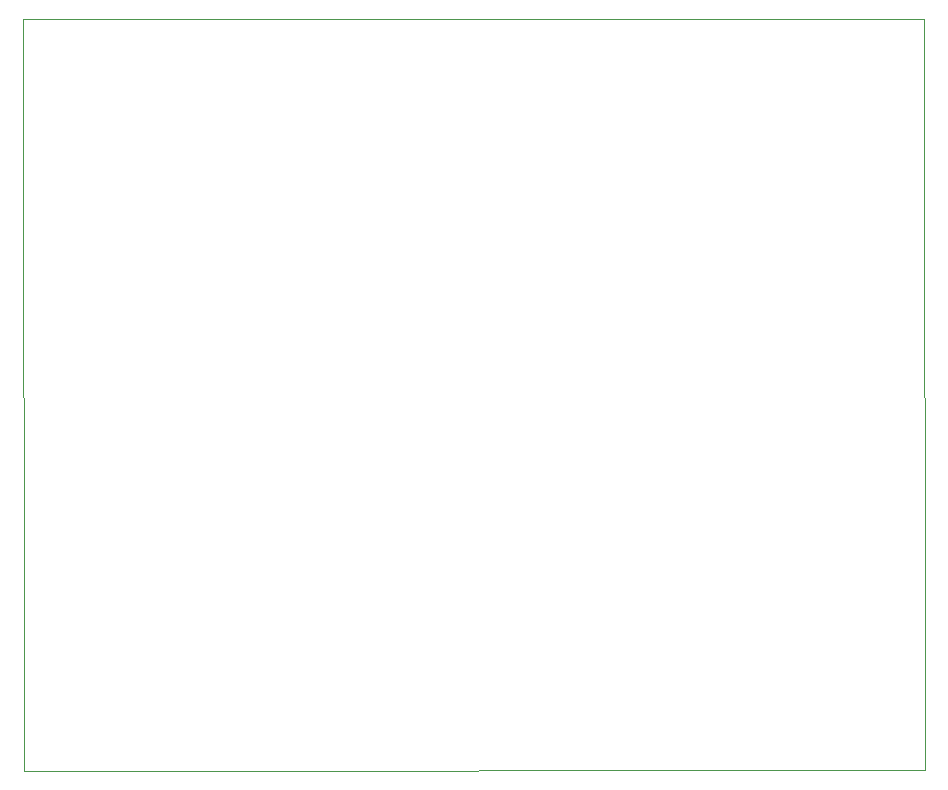
<source format=gbr>
%TF.GenerationSoftware,KiCad,Pcbnew,(5.1.8)-1*%
%TF.CreationDate,2021-09-09T16:11:34+01:00*%
%TF.ProjectId,OSC21,4f534332-312e-46b6-9963-61645f706362,rev?*%
%TF.SameCoordinates,Original*%
%TF.FileFunction,Profile,NP*%
%FSLAX46Y46*%
G04 Gerber Fmt 4.6, Leading zero omitted, Abs format (unit mm)*
G04 Created by KiCad (PCBNEW (5.1.8)-1) date 2021-09-09 16:11:34*
%MOMM*%
%LPD*%
G01*
G04 APERTURE LIST*
%TA.AperFunction,Profile*%
%ADD10C,0.050000*%
%TD*%
G04 APERTURE END LIST*
D10*
X120586500Y-127190500D02*
X120523000Y-63500000D01*
X196913500Y-127127000D02*
X120586500Y-127190500D01*
X196850000Y-63500000D02*
X196913500Y-127127000D01*
X120523000Y-63500000D02*
X196850000Y-63500000D01*
M02*

</source>
